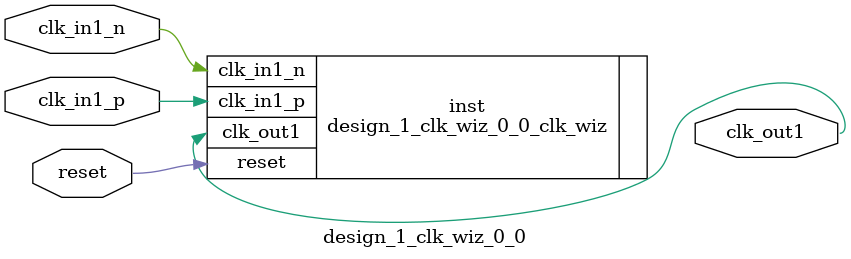
<source format=v>


`timescale 1ps/1ps

(* CORE_GENERATION_INFO = "design_1_clk_wiz_0_0,clk_wiz_v6_0_3_0_0,{component_name=design_1_clk_wiz_0_0,use_phase_alignment=true,use_min_o_jitter=false,use_max_i_jitter=false,use_dyn_phase_shift=false,use_inclk_switchover=false,use_dyn_reconfig=false,enable_axi=0,feedback_source=FDBK_AUTO,PRIMITIVE=PLL,num_out_clk=1,clkin1_period=5.000,clkin2_period=10.0,use_power_down=false,use_reset=true,use_locked=false,use_inclk_stopped=false,feedback_type=SINGLE,CLOCK_MGR_TYPE=NA,manual_override=false}" *)

module design_1_clk_wiz_0_0 
 (
  // Clock out ports
  output        clk_out1,
  // Status and control signals
  input         reset,
 // Clock in ports
  input         clk_in1_p,
  input         clk_in1_n
 );

  design_1_clk_wiz_0_0_clk_wiz inst
  (
  // Clock out ports  
  .clk_out1(clk_out1),
  // Status and control signals               
  .reset(reset), 
 // Clock in ports
  .clk_in1_p(clk_in1_p),
  .clk_in1_n(clk_in1_n)
  );

endmodule

</source>
